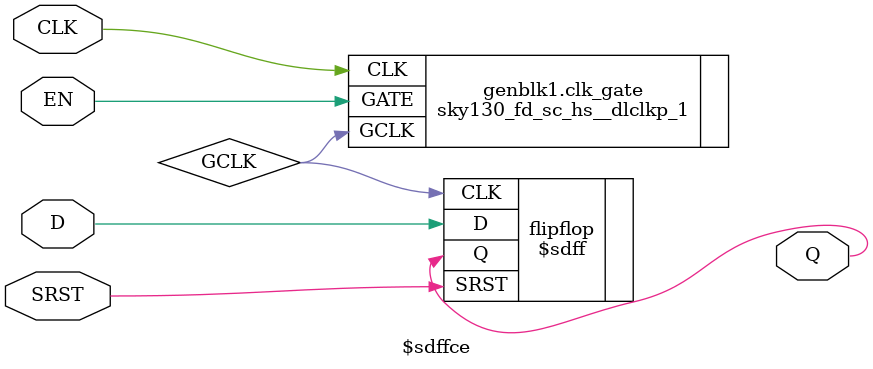
<source format=v>
/*
 	Copyright 2022 AUC Open Source Hardware Lab
	
	Licensed under the Apache License, Version 2.0 (the "License"); 
	you may not use this file except in compliance with the License. 
	You may obtain a copy of the License at:

	http://www.apache.org/licenses/LICENSE-2.0

	Unless required by applicable law or agreed to in writing, software 
	distributed under the License is distributed on an "AS IS" BASIS, 
	WITHOUT WARRANTIES OR CONDITIONS OF ANY KIND, either express or implied. 
	See the License for the specific language governing permissions and 
	limitations under the License.
*/



module \$adffe (ARST, CLK, D, EN, Q);
    parameter ARST_POLARITY =1'b1;
    parameter ARST_VALUE  =1'b0;
    parameter CLK_POLARITY =1'b1;
    parameter EN_POLARITY =1'b1;
    parameter WIDTH =1;

    input ARST, CLK, EN;
    input [WIDTH -1 :0] D; 
    output [WIDTH -1 :0] Q;

    wire GCLK;

    generate
        if (WIDTH < 5) begin
                sky130_fd_sc_hs__dlclkp_1  clk_gate ( .GCLK(GCLK), .CLK(CLK), .GATE(EN) );
                end
            else if (WIDTH < 17) begin
                sky130_fd_sc_hs__dlclkp_2  clk_gate ( .GCLK(GCLK), .CLK(CLK), .GATE(EN) );
                end
            else begin
                sky130_fd_sc_hs__dlclkp_4  clk_gate ( .GCLK(GCLK), .CLK(CLK), .GATE(EN) );
        end
    endgenerate

    $adff  #( 
            .WIDTH(WIDTH), 
            .CLK_POLARITY(CLK_POLARITY),
            .ARST_VALUE(ARST_VALUE) ,
            .ARST_POLARITY (ARST_POLARITY)
            ) 
            flipflop(  
            .CLK(GCLK), 
            .ARST(ARST),
            .D(D), 
            .Q(Q)
            );
endmodule

//////////////////////////////////////////////////////////////////////////////////////
//////////////////////////////////////////////////////////////////////////////////////

module \$dffe ( CLK, D, EN, Q);
    parameter CLK_POLARITY =1'b1;
    parameter EN_POLARITY =1'b1;
    parameter WIDTH =1;

    input  CLK, EN;
    input [WIDTH -1:0] D; 
    output [WIDTH -1:0] Q;

    wire GCLK;

    generate
        if (WIDTH < 5) begin
                sky130_fd_sc_hs__dlclkp_1  clk_gate ( .GCLK(GCLK), .CLK(CLK), .GATE(EN) );
                end
            else if (WIDTH < 17) begin
                sky130_fd_sc_hs__dlclkp_2  clk_gate ( .GCLK(GCLK), .CLK(CLK), .GATE(EN) );
                end
            else begin
                sky130_fd_sc_hs__dlclkp_4  clk_gate ( .GCLK(GCLK), .CLK(CLK), .GATE(EN) );
        end
    endgenerate

    $dff  #( 
            .WIDTH(WIDTH), 
            .CLK_POLARITY(CLK_POLARITY),
            ) 
            flipflop(  
            .CLK(GCLK), 
            .D(D), 
            .Q(Q)
            );
endmodule

//////////////////////////////////////////////////////////////////////////////////////
//////////////////////////////////////////////////////////////////////////////////////

module \$dffsre ( CLK, EN, CLR, SET, D, Q);
    parameter CLK_POLARITY =1'b1;
    parameter EN_POLARITY =1'b1;
    parameter CLR_POLARITY =1'b1;
    parameter SET_POLARITY =1'b1;
    parameter WIDTH =1;

    input  CLK, EN, CLR, SET;
    input [WIDTH -1:0] D; 
    output [WIDTH -1:0] Q;

    wire GCLK;

    generate
        if (WIDTH < 5) begin
                sky130_fd_sc_hs__dlclkp_1  clk_gate ( .GCLK(GCLK), .CLK(CLK), .GATE(EN) );
                end
            else if (WIDTH < 17) begin
                sky130_fd_sc_hs__dlclkp_2  clk_gate ( .GCLK(GCLK), .CLK(CLK), .GATE(EN) );
                end
            else begin
                sky130_fd_sc_hs__dlclkp_4  clk_gate ( .GCLK(GCLK), .CLK(CLK), .GATE(EN) );
        end
    endgenerate

    $dffsr  #( 
            .WIDTH(WIDTH), 
            .CLK_POLARITY(CLK_POLARITY),
            .CLR_POLARITY(CLR_POLARITY), 
            .SET_POLARITY(SET_POLARITY)
            ) 
            flipflop(  
            .CLK(GCLK), 
            .CLR(CLR),
            .SET(SET),
            .D(D), 
            .Q(Q)
            );
endmodule

//////////////////////////////////////////////////////////////////////////////////////
//////////////////////////////////////////////////////////////////////////////////////

module \$aldffe ( CLK, EN, ALOAD, AD, D, Q);
    parameter CLK_POLARITY =1'b1;
    parameter EN_POLARITY =1'b1;
    parameter ALOAD_POLARITY =1'b1;
    parameter WIDTH =1;

    input  CLK, EN, ALOAD;
    input [WIDTH -1:0] D; 
    input [WIDTH-1:0] AD;
    output [WIDTH -1:0] Q;

    wire GCLK;

    generate
        if (WIDTH < 5) begin
                sky130_fd_sc_hs__dlclkp_1  clk_gate ( .GCLK(GCLK), .CLK(CLK), .GATE(EN) );
                end
            else if (WIDTH < 17) begin
                sky130_fd_sc_hs__dlclkp_2  clk_gate ( .GCLK(GCLK), .CLK(CLK), .GATE(EN) );
                end
            else begin
                sky130_fd_sc_hs__dlclkp_4  clk_gate ( .GCLK(GCLK), .CLK(CLK), .GATE(EN) );
        end
    endgenerate

    $aldff  #( 
            .WIDTH(WIDTH), 
            .CLK_POLARITY(CLK_POLARITY),
            .ALOAD_POLARITY(ALOAD_POLARITY), 
            ) 
            flipflop(  
            .CLK(GCLK), 
            .D(D),
            .AD(AD),
            .Q(Q)
            );
endmodule

//////////////////////////////////////////////////////////////////////////////////////
//////////////////////////////////////////////////////////////////////////////////////

//module \$sdffe ( CLK, EN, SRST, D, Q);
//    parameter CLK_POLARITY =1'b1;
//    parameter EN_POLARITY =1'b1;
//    parameter SRST_POLARITY =1'b1;
//    parameter SRST_VALUE =1'b1;
//    parameter WIDTH =1;


//    input  CLK, EN, SRST;
//    input [WIDTH -1:0] D; 
//    output [WIDTH -1:0] Q;

//    wire GCLK;

//    generate
//        if (WIDTH < 5) begin
//                sky130_fd_sc_hs__dlclkp_1  clk_gate ( .GCLK(GCLK), .CLK(CLK), .GATE(EN) );
//                end
//            else if (WIDTH < 17) begin
//                sky130_fd_sc_hs__dlclkp_2  clk_gate ( .GCLK(GCLK), .CLK(CLK), .GATE(EN) );
//                end
//            else begin
//                sky130_fd_sc_hs__dlclkp_4  clk_gate ( .GCLK(GCLK), .CLK(CLK), .GATE(EN) );
//        end
//    endgenerate

//    $sdff  #( 
//            .WIDTH(WIDTH), 
//            .CLK_POLARITY(CLK_POLARITY),
//            .SRST_POLARITY(SRST_POLARITY), 
//            .SRST_VALUE(SRST_VALUE)
//            ) 
//            flipflop(  
//            .CLK(GCLK), 
//            .SRST(SRST),
//            .D(D), 
//            .Q(Q)
//            );
//endmodule

//////////////////////////////////////////////////////////////////////////////////////
//////////////////////////////////////////////////////////////////////////////////////

module \$sdffce ( CLK, EN, SRST, D, Q);
    parameter CLK_POLARITY =1'b1;
    parameter EN_POLARITY =1'b1;
    parameter SRST_POLARITY =1'b1;
    parameter SRST_VALUE =1'b1;
    parameter WIDTH =1;

    input  CLK, EN, SRST;
    input [WIDTH -1:0] D; 
    output [WIDTH -1:0] Q;

    wire GCLK;

    generate
        if (WIDTH < 5) begin
                sky130_fd_sc_hs__dlclkp_1  clk_gate ( .GCLK(GCLK), .CLK(CLK), .GATE(EN) );
                end
            else if (WIDTH < 17) begin
                sky130_fd_sc_hs__dlclkp_2  clk_gate ( .GCLK(GCLK), .CLK(CLK), .GATE(EN) );
                end
            else begin
                sky130_fd_sc_hs__dlclkp_4  clk_gate ( .GCLK(GCLK), .CLK(CLK), .GATE(EN) );
        end
    endgenerate

    $sdff  #( 
            .WIDTH(WIDTH), 
            .CLK_POLARITY(CLK_POLARITY),
            .SRST_POLARITY(SRST_POLARITY), 
            .SRST_VALUE(SRST_VALUE)
            ) 
            flipflop(  
            .CLK(GCLK), 
            .SRST(SRST),
            .D(D), 
            .Q(Q)
            );
endmodule

</source>
